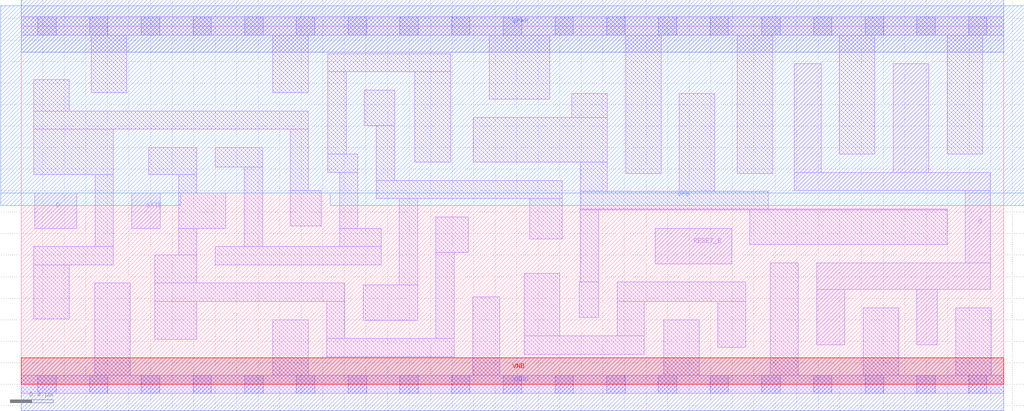
<source format=lef>
# Copyright 2020 The SkyWater PDK Authors
#
# Licensed under the Apache License, Version 2.0 (the "License");
# you may not use this file except in compliance with the License.
# You may obtain a copy of the License at
#
#     https://www.apache.org/licenses/LICENSE-2.0
#
# Unless required by applicable law or agreed to in writing, software
# distributed under the License is distributed on an "AS IS" BASIS,
# WITHOUT WARRANTIES OR CONDITIONS OF ANY KIND, either express or implied.
# See the License for the specific language governing permissions and
# limitations under the License.
#
# SPDX-License-Identifier: Apache-2.0

VERSION 5.7 ;
  NOWIREEXTENSIONATPIN ON ;
  DIVIDERCHAR "/" ;
  BUSBITCHARS "[]" ;
MACRO sky130_fd_sc_ls__dlrtp_4
  CLASS CORE ;
  FOREIGN sky130_fd_sc_ls__dlrtp_4 ;
  ORIGIN  0.000000  0.000000 ;
  SIZE  9.120000 BY  3.330000 ;
  SYMMETRY X Y ;
  SITE unit ;
  PIN D
    ANTENNAGATEAREA  0.208500 ;
    DIRECTION INPUT ;
    USE SIGNAL ;
    PORT
      LAYER li1 ;
        RECT 0.125000 1.450000 0.515000 1.780000 ;
    END
  END D
  PIN Q
    ANTENNADIFFAREA  1.164800 ;
    DIRECTION OUTPUT ;
    USE SIGNAL ;
    PORT
      LAYER li1 ;
        RECT 7.175000 1.800000 8.995000 1.970000 ;
        RECT 7.175000 1.970000 7.425000 2.980000 ;
        RECT 7.385000 0.365000 7.645000 0.880000 ;
        RECT 7.385000 0.880000 8.995000 1.130000 ;
        RECT 8.095000 1.970000 8.425000 2.980000 ;
        RECT 8.315000 0.365000 8.505000 0.880000 ;
        RECT 8.765000 1.130000 8.995000 1.800000 ;
    END
  END Q
  PIN RESET_B
    ANTENNAGATEAREA  0.444000 ;
    DIRECTION INPUT ;
    USE SIGNAL ;
    PORT
      LAYER li1 ;
        RECT 5.885000 1.120000 6.595000 1.450000 ;
    END
  END RESET_B
  PIN GATE
    ANTENNAGATEAREA  0.237000 ;
    DIRECTION INPUT ;
    USE CLOCK ;
    PORT
      LAYER li1 ;
        RECT 1.025000 1.450000 1.290000 1.780000 ;
    END
  END GATE
  PIN VGND
    DIRECTION INOUT ;
    SHAPE ABUTMENT ;
    USE GROUND ;
    PORT
      LAYER met1 ;
        RECT 0.000000 -0.245000 9.120000 0.245000 ;
    END
  END VGND
  PIN VNB
    DIRECTION INOUT ;
    USE GROUND ;
    PORT
      LAYER pwell ;
        RECT 0.000000 0.000000 9.120000 0.245000 ;
    END
  END VNB
  PIN VPB
    DIRECTION INOUT ;
    USE POWER ;
    PORT
      LAYER nwell ;
        RECT -0.190000 1.660000 1.480000 1.780000 ;
        RECT -0.190000 1.780000 9.310000 3.520000 ;
        RECT  2.870000 1.660000 9.310000 1.780000 ;
    END
  END VPB
  PIN VPWR
    DIRECTION INOUT ;
    SHAPE ABUTMENT ;
    USE POWER ;
    PORT
      LAYER met1 ;
        RECT 0.000000 3.085000 9.120000 3.575000 ;
    END
  END VPWR
  OBS
    LAYER li1 ;
      RECT 0.000000 -0.085000 9.120000 0.085000 ;
      RECT 0.000000  3.245000 9.120000 3.415000 ;
      RECT 0.115000  0.610000 0.445000 1.110000 ;
      RECT 0.115000  1.110000 0.855000 1.280000 ;
      RECT 0.115000  1.950000 0.855000 2.370000 ;
      RECT 0.115000  2.370000 2.665000 2.540000 ;
      RECT 0.115000  2.540000 0.445000 2.830000 ;
      RECT 0.650000  2.710000 0.980000 3.245000 ;
      RECT 0.680000  0.085000 1.010000 0.940000 ;
      RECT 0.685000  1.280000 0.855000 1.950000 ;
      RECT 1.185000  1.950000 1.630000 2.200000 ;
      RECT 1.240000  0.420000 1.630000 0.770000 ;
      RECT 1.240000  0.770000 3.005000 0.940000 ;
      RECT 1.240000  0.940000 1.630000 1.200000 ;
      RECT 1.460000  1.200000 1.630000 1.450000 ;
      RECT 1.460000  1.450000 1.900000 1.780000 ;
      RECT 1.460000  1.780000 1.630000 1.950000 ;
      RECT 1.800000  1.110000 3.340000 1.280000 ;
      RECT 1.800000  2.020000 2.240000 2.200000 ;
      RECT 2.070000  1.280000 2.240000 2.020000 ;
      RECT 2.335000  0.085000 2.665000 0.600000 ;
      RECT 2.335000  2.710000 2.665000 3.245000 ;
      RECT 2.495000  1.470000 2.785000 1.800000 ;
      RECT 2.495000  1.800000 2.665000 2.370000 ;
      RECT 2.835000  0.255000 4.020000 0.425000 ;
      RECT 2.835000  0.425000 3.005000 0.770000 ;
      RECT 2.845000  1.970000 3.125000 2.140000 ;
      RECT 2.845000  2.140000 3.015000 2.905000 ;
      RECT 2.845000  2.905000 3.985000 3.075000 ;
      RECT 2.955000  1.280000 3.340000 1.450000 ;
      RECT 2.955000  1.450000 3.125000 1.970000 ;
      RECT 3.175000  0.595000 3.680000 0.925000 ;
      RECT 3.185000  2.405000 3.465000 2.735000 ;
      RECT 3.295000  1.725000 5.020000 1.895000 ;
      RECT 3.295000  1.895000 3.465000 2.405000 ;
      RECT 3.510000  0.925000 3.680000 1.725000 ;
      RECT 3.655000  2.065000 3.985000 2.905000 ;
      RECT 3.850000  0.425000 4.020000 1.225000 ;
      RECT 3.850000  1.225000 4.150000 1.555000 ;
      RECT 4.190000  0.085000 4.440000 0.810000 ;
      RECT 4.195000  2.065000 5.440000 2.480000 ;
      RECT 4.345000  2.650000 4.905000 3.245000 ;
      RECT 4.670000  0.280000 5.785000 0.450000 ;
      RECT 4.670000  0.450000 5.000000 1.030000 ;
      RECT 4.720000  1.350000 5.020000 1.725000 ;
      RECT 5.110000  2.480000 5.440000 2.700000 ;
      RECT 5.180000  0.620000 5.360000 0.950000 ;
      RECT 5.190000  0.950000 5.360000 1.620000 ;
      RECT 5.190000  1.620000 8.595000 1.630000 ;
      RECT 5.190000  1.630000 6.935000 1.790000 ;
      RECT 5.190000  1.790000 5.440000 2.065000 ;
      RECT 5.535000  0.450000 5.785000 0.770000 ;
      RECT 5.535000  0.770000 6.725000 0.950000 ;
      RECT 5.610000  1.960000 5.940000 3.245000 ;
      RECT 5.965000  0.085000 6.295000 0.600000 ;
      RECT 6.110000  1.790000 6.440000 2.700000 ;
      RECT 6.465000  0.345000 6.725000 0.770000 ;
      RECT 6.645000  1.960000 6.975000 3.245000 ;
      RECT 6.765000  1.300000 8.595000 1.620000 ;
      RECT 6.955000  0.085000 7.215000 1.130000 ;
      RECT 7.595000  2.140000 7.925000 3.245000 ;
      RECT 7.815000  0.085000 8.145000 0.710000 ;
      RECT 8.595000  2.140000 8.925000 3.245000 ;
      RECT 8.675000  0.085000 9.005000 0.710000 ;
    LAYER mcon ;
      RECT 0.155000 -0.085000 0.325000 0.085000 ;
      RECT 0.155000  3.245000 0.325000 3.415000 ;
      RECT 0.635000 -0.085000 0.805000 0.085000 ;
      RECT 0.635000  3.245000 0.805000 3.415000 ;
      RECT 1.115000 -0.085000 1.285000 0.085000 ;
      RECT 1.115000  3.245000 1.285000 3.415000 ;
      RECT 1.595000 -0.085000 1.765000 0.085000 ;
      RECT 1.595000  3.245000 1.765000 3.415000 ;
      RECT 2.075000 -0.085000 2.245000 0.085000 ;
      RECT 2.075000  3.245000 2.245000 3.415000 ;
      RECT 2.555000 -0.085000 2.725000 0.085000 ;
      RECT 2.555000  3.245000 2.725000 3.415000 ;
      RECT 3.035000 -0.085000 3.205000 0.085000 ;
      RECT 3.035000  3.245000 3.205000 3.415000 ;
      RECT 3.515000 -0.085000 3.685000 0.085000 ;
      RECT 3.515000  3.245000 3.685000 3.415000 ;
      RECT 3.995000 -0.085000 4.165000 0.085000 ;
      RECT 3.995000  3.245000 4.165000 3.415000 ;
      RECT 4.475000 -0.085000 4.645000 0.085000 ;
      RECT 4.475000  3.245000 4.645000 3.415000 ;
      RECT 4.955000 -0.085000 5.125000 0.085000 ;
      RECT 4.955000  3.245000 5.125000 3.415000 ;
      RECT 5.435000 -0.085000 5.605000 0.085000 ;
      RECT 5.435000  3.245000 5.605000 3.415000 ;
      RECT 5.915000 -0.085000 6.085000 0.085000 ;
      RECT 5.915000  3.245000 6.085000 3.415000 ;
      RECT 6.395000 -0.085000 6.565000 0.085000 ;
      RECT 6.395000  3.245000 6.565000 3.415000 ;
      RECT 6.875000 -0.085000 7.045000 0.085000 ;
      RECT 6.875000  3.245000 7.045000 3.415000 ;
      RECT 7.355000 -0.085000 7.525000 0.085000 ;
      RECT 7.355000  3.245000 7.525000 3.415000 ;
      RECT 7.835000 -0.085000 8.005000 0.085000 ;
      RECT 7.835000  3.245000 8.005000 3.415000 ;
      RECT 8.315000 -0.085000 8.485000 0.085000 ;
      RECT 8.315000  3.245000 8.485000 3.415000 ;
      RECT 8.795000 -0.085000 8.965000 0.085000 ;
      RECT 8.795000  3.245000 8.965000 3.415000 ;
  END
END sky130_fd_sc_ls__dlrtp_4
END LIBRARY

</source>
